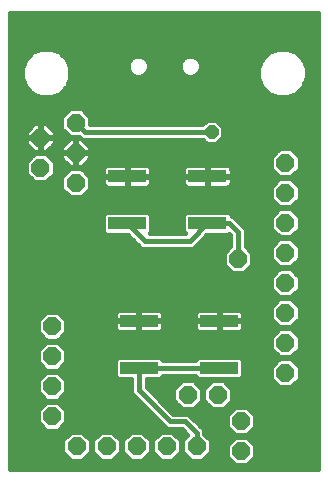
<source format=gbl>
G04 This is an RS-274x file exported by *
G04 gerbv version 2.6.0 *
G04 More information is available about gerbv at *
G04 http://gerbv.gpleda.org/ *
G04 --End of header info--*
%MOIN*%
%FSLAX34Y34*%
%IPPOS*%
G04 --Define apertures--*
%AMMACRO10*
5,1,8,0.000000,0.000000,0.064943,22.500000*
%
%ADD10MACRO10*%
%ADD11R,0.1260X0.0394*%
%ADD12C,0.0160*%
%AMMACRO13*
5,1,8,0.000000,0.000000,0.047192,22.500000*
%
%ADD13MACRO13*%
G04 --Start main section--*
G54D10*
G01X0002059Y0002131D03*
G01X0002059Y0003131D03*
G01X0002059Y0004131D03*
G01X0002059Y0005131D03*
G01X0002874Y0001131D03*
G01X0003874Y0001131D03*
G01X0004874Y0001131D03*
G01X0005874Y0001131D03*
G01X0006874Y0001131D03*
G01X0006578Y0002844D03*
G01X0007578Y0002844D03*
G01X0008358Y0001966D03*
G01X0008358Y0000966D03*
G01X0009834Y0003576D03*
G01X0009834Y0004576D03*
G01X0009834Y0005576D03*
G01X0009834Y0006576D03*
G01X0009834Y0007576D03*
G01X0009834Y0008576D03*
G01X0009834Y0009576D03*
G01X0009834Y0010576D03*
G01X0008259Y0007371D03*
G01X0002846Y0009914D03*
G01X0002846Y0010914D03*
G01X0002846Y0011914D03*
G01X0001665Y0011414D03*
G01X0001665Y0010414D03*
G54D11*
G01X0004559Y0010127D03*
G01X0004559Y0008552D03*
G01X0007236Y0008552D03*
G01X0007236Y0010127D03*
G01X0007629Y0005304D03*
G01X0007629Y0003729D03*
G01X0004952Y0003729D03*
G01X0004952Y0005304D03*
G54D12*
G01X0000664Y0000366D02*
G01X0000664Y0015557D01*
G01X0000664Y0015557D02*
G01X0010934Y0015557D01*
G01X0010934Y0015557D02*
G01X0010934Y0000366D01*
G01X0010934Y0000366D02*
G01X0000664Y0000366D01*
G01X0000664Y0000383D02*
G01X0010934Y0000383D01*
G01X0010934Y0000542D02*
G01X0008612Y0000542D01*
G01X0008557Y0000486D02*
G01X0008838Y0000767D01*
G01X0008838Y0000767D02*
G01X0008838Y0001164D01*
G01X0008838Y0001164D02*
G01X0008557Y0001446D01*
G01X0008557Y0001446D02*
G01X0008159Y0001446D01*
G01X0008159Y0001446D02*
G01X0007878Y0001164D01*
G01X0007878Y0001164D02*
G01X0007878Y0000767D01*
G01X0007878Y0000767D02*
G01X0008159Y0000486D01*
G01X0008159Y0000486D02*
G01X0008557Y0000486D01*
G01X0008771Y0000700D02*
G01X0010934Y0000700D01*
G01X0010934Y0000859D02*
G01X0008838Y0000859D01*
G01X0008838Y0001017D02*
G01X0010934Y0001017D01*
G01X0010934Y0001176D02*
G01X0008826Y0001176D01*
G01X0008668Y0001334D02*
G01X0010934Y0001334D01*
G01X0010934Y0001493D02*
G01X0008564Y0001493D01*
G01X0008557Y0001486D02*
G01X0008838Y0001767D01*
G01X0008838Y0001767D02*
G01X0008838Y0002164D01*
G01X0008838Y0002164D02*
G01X0008557Y0002446D01*
G01X0008557Y0002446D02*
G01X0008159Y0002446D01*
G01X0008159Y0002446D02*
G01X0007878Y0002164D01*
G01X0007878Y0002164D02*
G01X0007878Y0001767D01*
G01X0007878Y0001767D02*
G01X0008159Y0001486D01*
G01X0008159Y0001486D02*
G01X0008557Y0001486D01*
G01X0008722Y0001651D02*
G01X0010934Y0001651D01*
G01X0010934Y0001810D02*
G01X0008838Y0001810D01*
G01X0008838Y0001968D02*
G01X0010934Y0001968D01*
G01X0010934Y0002127D02*
G01X0008838Y0002127D01*
G01X0008717Y0002286D02*
G01X0010934Y0002286D01*
G01X0010934Y0002444D02*
G01X0008558Y0002444D01*
G01X0008157Y0002444D02*
G01X0007857Y0002444D01*
G01X0007777Y0002364D02*
G01X0008058Y0002645D01*
G01X0008058Y0002645D02*
G01X0008058Y0003042D01*
G01X0008058Y0003042D02*
G01X0007777Y0003324D01*
G01X0007777Y0003324D02*
G01X0007379Y0003324D01*
G01X0007379Y0003324D02*
G01X0007098Y0003042D01*
G01X0007098Y0003042D02*
G01X0007098Y0002645D01*
G01X0007098Y0002645D02*
G01X0007379Y0002364D01*
G01X0007379Y0002364D02*
G01X0007777Y0002364D01*
G01X0007999Y0002286D02*
G01X0006036Y0002286D01*
G01X0006103Y0002218D02*
G01X0005212Y0003109D01*
G01X0005212Y0003109D02*
G01X0005212Y0003353D01*
G01X0005212Y0003353D02*
G01X0005657Y0003353D01*
G01X0005657Y0003353D02*
G01X0005762Y0003458D01*
G01X0005762Y0003458D02*
G01X0005762Y0003469D01*
G01X0005762Y0003469D02*
G01X0006820Y0003469D01*
G01X0006820Y0003469D02*
G01X0006820Y0003458D01*
G01X0006820Y0003458D02*
G01X0006925Y0003353D01*
G01X0006925Y0003353D02*
G01X0008334Y0003353D01*
G01X0008334Y0003353D02*
G01X0008439Y0003458D01*
G01X0008439Y0003458D02*
G01X0008439Y0004001D01*
G01X0008439Y0004001D02*
G01X0008334Y0004106D01*
G01X0008334Y0004106D02*
G01X0006925Y0004106D01*
G01X0006925Y0004106D02*
G01X0006820Y0004001D01*
G01X0006820Y0004001D02*
G01X0006820Y0003989D01*
G01X0006820Y0003989D02*
G01X0005762Y0003989D01*
G01X0005762Y0003989D02*
G01X0005762Y0004001D01*
G01X0005762Y0004001D02*
G01X0005657Y0004106D01*
G01X0005657Y0004106D02*
G01X0004248Y0004106D01*
G01X0004248Y0004106D02*
G01X0004142Y0004001D01*
G01X0004142Y0004001D02*
G01X0004142Y0003458D01*
G01X0004142Y0003458D02*
G01X0004248Y0003353D01*
G01X0004248Y0003353D02*
G01X0004692Y0003353D01*
G01X0004692Y0003353D02*
G01X0004692Y0003053D01*
G01X0004692Y0003053D02*
G01X0004692Y0002949D01*
G01X0004692Y0002949D02*
G01X0004732Y0002854D01*
G01X0004732Y0002854D02*
G01X0005775Y0001811D01*
G01X0005775Y0001811D02*
G01X0005848Y0001737D01*
G01X0005848Y0001737D02*
G01X0005944Y0001698D01*
G01X0005944Y0001698D02*
G01X0006380Y0001698D01*
G01X0006380Y0001698D02*
G01X0006571Y0001507D01*
G01X0006571Y0001507D02*
G01X0006394Y0001330D01*
G01X0006394Y0001330D02*
G01X0006394Y0000932D01*
G01X0006394Y0000932D02*
G01X0006675Y0000651D01*
G01X0006675Y0000651D02*
G01X0007072Y0000651D01*
G01X0007072Y0000651D02*
G01X0007354Y0000932D01*
G01X0007354Y0000932D02*
G01X0007354Y0001330D01*
G01X0007354Y0001330D02*
G01X0007134Y0001550D01*
G01X0007134Y0001550D02*
G01X0007134Y0001624D01*
G01X0007134Y0001624D02*
G01X0007094Y0001719D01*
G01X0007094Y0001719D02*
G01X0007021Y0001792D01*
G01X0007021Y0001792D02*
G01X0006635Y0002178D01*
G01X0006635Y0002178D02*
G01X0006539Y0002218D01*
G01X0006539Y0002218D02*
G01X0006436Y0002218D01*
G01X0006436Y0002218D02*
G01X0006103Y0002218D01*
G01X0005996Y0001958D02*
G01X0006488Y0001958D01*
G01X0006488Y0001958D02*
G01X0006874Y0001572D01*
G01X0006874Y0001572D02*
G01X0006874Y0001131D01*
G01X0006557Y0001493D02*
G01X0006191Y0001493D01*
G01X0006072Y0001611D02*
G01X0005675Y0001611D01*
G01X0005675Y0001611D02*
G01X0005394Y0001330D01*
G01X0005394Y0001330D02*
G01X0005394Y0000932D01*
G01X0005394Y0000932D02*
G01X0005675Y0000651D01*
G01X0005675Y0000651D02*
G01X0006072Y0000651D01*
G01X0006072Y0000651D02*
G01X0006354Y0000932D01*
G01X0006354Y0000932D02*
G01X0006354Y0001330D01*
G01X0006354Y0001330D02*
G01X0006072Y0001611D01*
G01X0005996Y0001958D02*
G01X0004952Y0003001D01*
G01X0004952Y0003001D02*
G01X0004952Y0003729D01*
G01X0004952Y0003729D02*
G01X0007629Y0003729D01*
G01X0007864Y0003237D02*
G01X0009494Y0003237D01*
G01X0009354Y0003377D02*
G01X0009635Y0003096D01*
G01X0009635Y0003096D02*
G01X0010033Y0003096D01*
G01X0010033Y0003096D02*
G01X0010314Y0003377D01*
G01X0010314Y0003377D02*
G01X0010314Y0003775D01*
G01X0010314Y0003775D02*
G01X0010033Y0004056D01*
G01X0010033Y0004056D02*
G01X0009635Y0004056D01*
G01X0009635Y0004056D02*
G01X0009354Y0003775D01*
G01X0009354Y0003775D02*
G01X0009354Y0003377D01*
G01X0009354Y0003395D02*
G01X0008377Y0003395D01*
G01X0008439Y0003554D02*
G01X0009354Y0003554D01*
G01X0009354Y0003712D02*
G01X0008439Y0003712D01*
G01X0008439Y0003871D02*
G01X0009450Y0003871D01*
G01X0009609Y0004029D02*
G01X0008411Y0004029D01*
G01X0008283Y0004927D02*
G01X0007648Y0004927D01*
G01X0007648Y0004927D02*
G01X0007648Y0005286D01*
G01X0007648Y0005286D02*
G01X0007648Y0005323D01*
G01X0007648Y0005323D02*
G01X0007611Y0005323D01*
G01X0007611Y0005323D02*
G01X0007611Y0005681D01*
G01X0007611Y0005681D02*
G01X0006976Y0005681D01*
G01X0006976Y0005681D02*
G01X0006930Y0005669D01*
G01X0006930Y0005669D02*
G01X0006889Y0005645D01*
G01X0006889Y0005645D02*
G01X0006855Y0005612D01*
G01X0006855Y0005612D02*
G01X0006832Y0005571D01*
G01X0006832Y0005571D02*
G01X0006820Y0005525D01*
G01X0006820Y0005525D02*
G01X0006820Y0005323D01*
G01X0006820Y0005323D02*
G01X0007611Y0005323D01*
G01X0007611Y0005323D02*
G01X0007611Y0005286D01*
G01X0007611Y0005286D02*
G01X0006820Y0005286D01*
G01X0006820Y0005286D02*
G01X0006820Y0005084D01*
G01X0006820Y0005084D02*
G01X0006832Y0005038D01*
G01X0006832Y0005038D02*
G01X0006855Y0004997D01*
G01X0006855Y0004997D02*
G01X0006889Y0004963D01*
G01X0006889Y0004963D02*
G01X0006930Y0004940D01*
G01X0006930Y0004940D02*
G01X0006976Y0004927D01*
G01X0006976Y0004927D02*
G01X0007611Y0004927D01*
G01X0007611Y0004927D02*
G01X0007611Y0005286D01*
G01X0007611Y0005286D02*
G01X0007648Y0005286D01*
G01X0007648Y0005286D02*
G01X0008439Y0005286D01*
G01X0008439Y0005286D02*
G01X0008439Y0005084D01*
G01X0008439Y0005084D02*
G01X0008427Y0005038D01*
G01X0008427Y0005038D02*
G01X0008403Y0004997D01*
G01X0008403Y0004997D02*
G01X0008370Y0004963D01*
G01X0008370Y0004963D02*
G01X0008329Y0004940D01*
G01X0008329Y0004940D02*
G01X0008283Y0004927D01*
G01X0008387Y0004981D02*
G01X0009560Y0004981D01*
G01X0009635Y0005056D02*
G01X0009354Y0004775D01*
G01X0009354Y0004775D02*
G01X0009354Y0004377D01*
G01X0009354Y0004377D02*
G01X0009635Y0004096D01*
G01X0009635Y0004096D02*
G01X0010033Y0004096D01*
G01X0010033Y0004096D02*
G01X0010314Y0004377D01*
G01X0010314Y0004377D02*
G01X0010314Y0004775D01*
G01X0010314Y0004775D02*
G01X0010033Y0005056D01*
G01X0010033Y0005056D02*
G01X0009635Y0005056D01*
G01X0009635Y0005096D02*
G01X0010033Y0005096D01*
G01X0010033Y0005096D02*
G01X0010314Y0005377D01*
G01X0010314Y0005377D02*
G01X0010314Y0005775D01*
G01X0010314Y0005775D02*
G01X0010033Y0006056D01*
G01X0010033Y0006056D02*
G01X0009635Y0006056D01*
G01X0009635Y0006056D02*
G01X0009354Y0005775D01*
G01X0009354Y0005775D02*
G01X0009354Y0005377D01*
G01X0009354Y0005377D02*
G01X0009635Y0005096D01*
G01X0009592Y0005139D02*
G01X0008439Y0005139D01*
G01X0008439Y0005323D02*
G01X0008439Y0005525D01*
G01X0008439Y0005525D02*
G01X0008427Y0005571D01*
G01X0008427Y0005571D02*
G01X0008403Y0005612D01*
G01X0008403Y0005612D02*
G01X0008370Y0005645D01*
G01X0008370Y0005645D02*
G01X0008329Y0005669D01*
G01X0008329Y0005669D02*
G01X0008283Y0005681D01*
G01X0008283Y0005681D02*
G01X0007648Y0005681D01*
G01X0007648Y0005681D02*
G01X0007648Y0005323D01*
G01X0007648Y0005323D02*
G01X0008439Y0005323D01*
G01X0008439Y0005456D02*
G01X0009354Y0005456D01*
G01X0009354Y0005615D02*
G01X0008400Y0005615D01*
G01X0007648Y0005615D02*
G01X0007611Y0005615D01*
G01X0007611Y0005456D02*
G01X0007648Y0005456D01*
G01X0007648Y0005298D02*
G01X0009433Y0005298D01*
G01X0009402Y0004822D02*
G01X0002429Y0004822D01*
G01X0002539Y0004932D02*
G01X0002257Y0004651D01*
G01X0002257Y0004651D02*
G01X0001860Y0004651D01*
G01X0001860Y0004651D02*
G01X0001579Y0004932D01*
G01X0001579Y0004932D02*
G01X0001579Y0005330D01*
G01X0001579Y0005330D02*
G01X0001860Y0005611D01*
G01X0001860Y0005611D02*
G01X0002257Y0005611D01*
G01X0002257Y0005611D02*
G01X0002539Y0005330D01*
G01X0002539Y0005330D02*
G01X0002539Y0004932D01*
G01X0002539Y0004981D02*
G01X0004194Y0004981D01*
G01X0004178Y0004997D02*
G01X0004212Y0004963D01*
G01X0004212Y0004963D02*
G01X0004253Y0004940D01*
G01X0004253Y0004940D02*
G01X0004299Y0004927D01*
G01X0004299Y0004927D02*
G01X0004934Y0004927D01*
G01X0004934Y0004927D02*
G01X0004934Y0005286D01*
G01X0004934Y0005286D02*
G01X0004971Y0005286D01*
G01X0004971Y0005286D02*
G01X0004971Y0005323D01*
G01X0004971Y0005323D02*
G01X0004934Y0005323D01*
G01X0004934Y0005323D02*
G01X0004934Y0005681D01*
G01X0004934Y0005681D02*
G01X0004299Y0005681D01*
G01X0004299Y0005681D02*
G01X0004253Y0005669D01*
G01X0004253Y0005669D02*
G01X0004212Y0005645D01*
G01X0004212Y0005645D02*
G01X0004178Y0005612D01*
G01X0004178Y0005612D02*
G01X0004155Y0005571D01*
G01X0004155Y0005571D02*
G01X0004142Y0005525D01*
G01X0004142Y0005525D02*
G01X0004142Y0005323D01*
G01X0004142Y0005323D02*
G01X0004934Y0005323D01*
G01X0004934Y0005323D02*
G01X0004934Y0005286D01*
G01X0004934Y0005286D02*
G01X0004142Y0005286D01*
G01X0004142Y0005286D02*
G01X0004142Y0005084D01*
G01X0004142Y0005084D02*
G01X0004155Y0005038D01*
G01X0004155Y0005038D02*
G01X0004178Y0004997D01*
G01X0004142Y0005139D02*
G01X0002539Y0005139D01*
G01X0002539Y0005298D02*
G01X0004934Y0005298D01*
G01X0004971Y0005298D02*
G01X0007611Y0005298D01*
G01X0007611Y0005139D02*
G01X0007648Y0005139D01*
G01X0007648Y0004981D02*
G01X0007611Y0004981D01*
G01X0006872Y0004981D02*
G01X0005710Y0004981D01*
G01X0005726Y0004997D02*
G01X0005750Y0005038D01*
G01X0005750Y0005038D02*
G01X0005762Y0005084D01*
G01X0005762Y0005084D02*
G01X0005762Y0005286D01*
G01X0005762Y0005286D02*
G01X0004971Y0005286D01*
G01X0004971Y0005286D02*
G01X0004971Y0004927D01*
G01X0004971Y0004927D02*
G01X0005606Y0004927D01*
G01X0005606Y0004927D02*
G01X0005652Y0004940D01*
G01X0005652Y0004940D02*
G01X0005693Y0004963D01*
G01X0005693Y0004963D02*
G01X0005726Y0004997D01*
G01X0005762Y0005139D02*
G01X0006820Y0005139D01*
G01X0006820Y0005456D02*
G01X0005762Y0005456D01*
G01X0005762Y0005525D02*
G01X0005750Y0005571D01*
G01X0005750Y0005571D02*
G01X0005726Y0005612D01*
G01X0005726Y0005612D02*
G01X0005693Y0005645D01*
G01X0005693Y0005645D02*
G01X0005652Y0005669D01*
G01X0005652Y0005669D02*
G01X0005606Y0005681D01*
G01X0005606Y0005681D02*
G01X0004971Y0005681D01*
G01X0004971Y0005681D02*
G01X0004971Y0005323D01*
G01X0004971Y0005323D02*
G01X0005762Y0005323D01*
G01X0005762Y0005323D02*
G01X0005762Y0005525D01*
G01X0005723Y0005615D02*
G01X0006859Y0005615D01*
G01X0008061Y0006891D02*
G01X0007779Y0007172D01*
G01X0007779Y0007172D02*
G01X0007779Y0007570D01*
G01X0007779Y0007570D02*
G01X0007999Y0007790D01*
G01X0007999Y0007790D02*
G01X0007999Y0008149D01*
G01X0007999Y0008149D02*
G01X0007957Y0008192D01*
G01X0007957Y0008192D02*
G01X0007940Y0008175D01*
G01X0007940Y0008175D02*
G01X0007227Y0008175D01*
G01X0007227Y0008175D02*
G01X0006792Y0007741D01*
G01X0006792Y0007741D02*
G01X0006697Y0007702D01*
G01X0006697Y0007702D02*
G01X0006593Y0007702D01*
G01X0006593Y0007702D02*
G01X0005097Y0007702D01*
G01X0005097Y0007702D02*
G01X0005002Y0007741D01*
G01X0005002Y0007741D02*
G01X0004929Y0007814D01*
G01X0004929Y0007814D02*
G01X0004568Y0008175D01*
G01X0004568Y0008175D02*
G01X0003854Y0008175D01*
G01X0003854Y0008175D02*
G01X0003749Y0008281D01*
G01X0003749Y0008281D02*
G01X0003749Y0008824D01*
G01X0003749Y0008824D02*
G01X0003854Y0008929D01*
G01X0003854Y0008929D02*
G01X0005263Y0008929D01*
G01X0005263Y0008929D02*
G01X0005368Y0008824D01*
G01X0005368Y0008824D02*
G01X0005368Y0008281D01*
G01X0005368Y0008281D02*
G01X0005309Y0008222D01*
G01X0005309Y0008222D02*
G01X0006485Y0008222D01*
G01X0006485Y0008222D02*
G01X0006426Y0008281D01*
G01X0006426Y0008281D02*
G01X0006426Y0008824D01*
G01X0006426Y0008824D02*
G01X0006531Y0008929D01*
G01X0006531Y0008929D02*
G01X0007940Y0008929D01*
G01X0007940Y0008929D02*
G01X0008046Y0008824D01*
G01X0008046Y0008824D02*
G01X0008046Y0008800D01*
G01X0008046Y0008800D02*
G01X0008111Y0008773D01*
G01X0008111Y0008773D02*
G01X0008407Y0008477D01*
G01X0008407Y0008477D02*
G01X0008480Y0008404D01*
G01X0008480Y0008404D02*
G01X0008519Y0008309D01*
G01X0008519Y0008309D02*
G01X0008519Y0007790D01*
G01X0008519Y0007790D02*
G01X0008739Y0007570D01*
G01X0008739Y0007570D02*
G01X0008739Y0007172D01*
G01X0008739Y0007172D02*
G01X0008458Y0006891D01*
G01X0008458Y0006891D02*
G01X0008061Y0006891D01*
G01X0007910Y0007042D02*
G01X0000664Y0007042D01*
G01X0000664Y0007200D02*
G01X0007779Y0007200D01*
G01X0007779Y0007359D02*
G01X0000664Y0007359D01*
G01X0000664Y0007517D02*
G01X0007779Y0007517D01*
G01X0007885Y0007676D02*
G01X0000664Y0007676D01*
G01X0000664Y0007835D02*
G01X0004909Y0007835D01*
G01X0004750Y0007993D02*
G01X0000664Y0007993D01*
G01X0000664Y0008152D02*
G01X0004592Y0008152D01*
G01X0004559Y0008552D02*
G01X0005149Y0007962D01*
G01X0005149Y0007962D02*
G01X0006645Y0007962D01*
G01X0006645Y0007962D02*
G01X0007236Y0008552D01*
G01X0007236Y0008552D02*
G01X0007964Y0008552D01*
G01X0007964Y0008552D02*
G01X0008259Y0008257D01*
G01X0008259Y0008257D02*
G01X0008259Y0007371D01*
G01X0007999Y0007835D02*
G01X0006886Y0007835D01*
G01X0007044Y0007993D02*
G01X0007999Y0007993D01*
G01X0007997Y0008152D02*
G01X0007203Y0008152D01*
G01X0006426Y0008310D02*
G01X0005368Y0008310D01*
G01X0005368Y0008469D02*
G01X0006426Y0008469D01*
G01X0006426Y0008627D02*
G01X0005368Y0008627D01*
G01X0005368Y0008786D02*
G01X0006426Y0008786D01*
G01X0006582Y0009750D02*
G01X0007217Y0009750D01*
G01X0007217Y0009750D02*
G01X0007217Y0010108D01*
G01X0007217Y0010108D02*
G01X0007254Y0010108D01*
G01X0007254Y0010108D02*
G01X0007254Y0009750D01*
G01X0007254Y0009750D02*
G01X0007889Y0009750D01*
G01X0007889Y0009750D02*
G01X0007935Y0009763D01*
G01X0007935Y0009763D02*
G01X0007976Y0009786D01*
G01X0007976Y0009786D02*
G01X0008010Y0009820D01*
G01X0008010Y0009820D02*
G01X0008033Y0009861D01*
G01X0008033Y0009861D02*
G01X0008046Y0009906D01*
G01X0008046Y0009906D02*
G01X0008046Y0010109D01*
G01X0008046Y0010109D02*
G01X0007254Y0010109D01*
G01X0007254Y0010109D02*
G01X0007254Y0010146D01*
G01X0007254Y0010146D02*
G01X0007217Y0010146D01*
G01X0007217Y0010146D02*
G01X0007217Y0010504D01*
G01X0007217Y0010504D02*
G01X0006582Y0010504D01*
G01X0006582Y0010504D02*
G01X0006536Y0010492D01*
G01X0006536Y0010492D02*
G01X0006495Y0010468D01*
G01X0006495Y0010468D02*
G01X0006462Y0010434D01*
G01X0006462Y0010434D02*
G01X0006438Y0010393D01*
G01X0006438Y0010393D02*
G01X0006426Y0010348D01*
G01X0006426Y0010348D02*
G01X0006426Y0010146D01*
G01X0006426Y0010146D02*
G01X0007217Y0010146D01*
G01X0007217Y0010146D02*
G01X0007217Y0010109D01*
G01X0007217Y0010109D02*
G01X0006426Y0010109D01*
G01X0006426Y0010109D02*
G01X0006426Y0009906D01*
G01X0006426Y0009906D02*
G01X0006438Y0009861D01*
G01X0006438Y0009861D02*
G01X0006462Y0009820D01*
G01X0006462Y0009820D02*
G01X0006495Y0009786D01*
G01X0006495Y0009786D02*
G01X0006536Y0009763D01*
G01X0006536Y0009763D02*
G01X0006582Y0009750D01*
G01X0006429Y0009896D02*
G01X0005366Y0009896D01*
G01X0005368Y0009906D02*
G01X0005368Y0010109D01*
G01X0005368Y0010109D02*
G01X0004577Y0010109D01*
G01X0004577Y0010109D02*
G01X0004577Y0010146D01*
G01X0004577Y0010146D02*
G01X0004540Y0010146D01*
G01X0004540Y0010146D02*
G01X0004540Y0010504D01*
G01X0004540Y0010504D02*
G01X0003905Y0010504D01*
G01X0003905Y0010504D02*
G01X0003859Y0010492D01*
G01X0003859Y0010492D02*
G01X0003818Y0010468D01*
G01X0003818Y0010468D02*
G01X0003785Y0010434D01*
G01X0003785Y0010434D02*
G01X0003761Y0010393D01*
G01X0003761Y0010393D02*
G01X0003749Y0010348D01*
G01X0003749Y0010348D02*
G01X0003749Y0010146D01*
G01X0003749Y0010146D02*
G01X0004540Y0010146D01*
G01X0004540Y0010146D02*
G01X0004540Y0010109D01*
G01X0004540Y0010109D02*
G01X0003749Y0010109D01*
G01X0003749Y0010109D02*
G01X0003749Y0009906D01*
G01X0003749Y0009906D02*
G01X0003761Y0009861D01*
G01X0003761Y0009861D02*
G01X0003785Y0009820D01*
G01X0003785Y0009820D02*
G01X0003818Y0009786D01*
G01X0003818Y0009786D02*
G01X0003859Y0009763D01*
G01X0003859Y0009763D02*
G01X0003905Y0009750D01*
G01X0003905Y0009750D02*
G01X0004540Y0009750D01*
G01X0004540Y0009750D02*
G01X0004540Y0010108D01*
G01X0004540Y0010108D02*
G01X0004577Y0010108D01*
G01X0004577Y0010108D02*
G01X0004577Y0009750D01*
G01X0004577Y0009750D02*
G01X0005212Y0009750D01*
G01X0005212Y0009750D02*
G01X0005258Y0009763D01*
G01X0005258Y0009763D02*
G01X0005299Y0009786D01*
G01X0005299Y0009786D02*
G01X0005333Y0009820D01*
G01X0005333Y0009820D02*
G01X0005356Y0009861D01*
G01X0005356Y0009861D02*
G01X0005368Y0009906D01*
G01X0005368Y0010054D02*
G01X0006426Y0010054D01*
G01X0006426Y0010213D02*
G01X0005368Y0010213D01*
G01X0005368Y0010146D02*
G01X0005368Y0010348D01*
G01X0005368Y0010348D02*
G01X0005356Y0010393D01*
G01X0005356Y0010393D02*
G01X0005333Y0010434D01*
G01X0005333Y0010434D02*
G01X0005299Y0010468D01*
G01X0005299Y0010468D02*
G01X0005258Y0010492D01*
G01X0005258Y0010492D02*
G01X0005212Y0010504D01*
G01X0005212Y0010504D02*
G01X0004577Y0010504D01*
G01X0004577Y0010504D02*
G01X0004577Y0010146D01*
G01X0004577Y0010146D02*
G01X0005368Y0010146D01*
G01X0005362Y0010371D02*
G01X0006432Y0010371D01*
G01X0007217Y0010371D02*
G01X0007254Y0010371D01*
G01X0007254Y0010504D02*
G01X0007254Y0010146D01*
G01X0007254Y0010146D02*
G01X0008046Y0010146D01*
G01X0008046Y0010146D02*
G01X0008046Y0010348D01*
G01X0008046Y0010348D02*
G01X0008033Y0010393D01*
G01X0008033Y0010393D02*
G01X0008010Y0010434D01*
G01X0008010Y0010434D02*
G01X0007976Y0010468D01*
G01X0007976Y0010468D02*
G01X0007935Y0010492D01*
G01X0007935Y0010492D02*
G01X0007889Y0010504D01*
G01X0007889Y0010504D02*
G01X0007254Y0010504D01*
G01X0007254Y0010213D02*
G01X0007217Y0010213D01*
G01X0007217Y0010054D02*
G01X0007254Y0010054D01*
G01X0007254Y0009896D02*
G01X0007217Y0009896D01*
G01X0008043Y0009896D02*
G01X0009475Y0009896D01*
G01X0009354Y0009775D02*
G01X0009635Y0010056D01*
G01X0009635Y0010056D02*
G01X0010033Y0010056D01*
G01X0010033Y0010056D02*
G01X0010314Y0009775D01*
G01X0010314Y0009775D02*
G01X0010314Y0009377D01*
G01X0010314Y0009377D02*
G01X0010033Y0009096D01*
G01X0010033Y0009096D02*
G01X0009635Y0009096D01*
G01X0009635Y0009096D02*
G01X0009354Y0009377D01*
G01X0009354Y0009377D02*
G01X0009354Y0009775D01*
G01X0009354Y0009737D02*
G01X0003326Y0009737D01*
G01X0003326Y0009716D02*
G01X0003045Y0009434D01*
G01X0003045Y0009434D02*
G01X0002647Y0009434D01*
G01X0002647Y0009434D02*
G01X0002366Y0009716D01*
G01X0002366Y0009716D02*
G01X0002366Y0010113D01*
G01X0002366Y0010113D02*
G01X0002647Y0010394D01*
G01X0002647Y0010394D02*
G01X0003045Y0010394D01*
G01X0003045Y0010394D02*
G01X0003326Y0010113D01*
G01X0003326Y0010113D02*
G01X0003326Y0009716D01*
G01X0003326Y0009896D02*
G01X0003752Y0009896D01*
G01X0003749Y0010054D02*
G01X0003326Y0010054D01*
G01X0003227Y0010213D02*
G01X0003749Y0010213D01*
G01X0003755Y0010371D02*
G01X0003068Y0010371D01*
G01X0003045Y0010434D02*
G01X0002866Y0010434D01*
G01X0002866Y0010434D02*
G01X0002866Y0010894D01*
G01X0002866Y0010894D02*
G01X0002826Y0010894D01*
G01X0002826Y0010894D02*
G01X0002826Y0010434D01*
G01X0002826Y0010434D02*
G01X0002647Y0010434D01*
G01X0002647Y0010434D02*
G01X0002366Y0010716D01*
G01X0002366Y0010716D02*
G01X0002366Y0010894D01*
G01X0002366Y0010894D02*
G01X0002826Y0010894D01*
G01X0002826Y0010894D02*
G01X0002826Y0010934D01*
G01X0002826Y0010934D02*
G01X0002366Y0010934D01*
G01X0002366Y0010934D02*
G01X0002366Y0011113D01*
G01X0002366Y0011113D02*
G01X0002647Y0011394D01*
G01X0002647Y0011394D02*
G01X0002826Y0011394D01*
G01X0002826Y0011394D02*
G01X0002826Y0010935D01*
G01X0002826Y0010935D02*
G01X0002866Y0010935D01*
G01X0002866Y0010935D02*
G01X0002866Y0011394D01*
G01X0002866Y0011394D02*
G01X0002998Y0011394D01*
G01X0002998Y0011394D02*
G01X0002958Y0011434D01*
G01X0002958Y0011434D02*
G01X0002647Y0011434D01*
G01X0002647Y0011434D02*
G01X0002366Y0011716D01*
G01X0002366Y0011716D02*
G01X0002366Y0012113D01*
G01X0002366Y0012113D02*
G01X0002647Y0012394D01*
G01X0002647Y0012394D02*
G01X0003045Y0012394D01*
G01X0003045Y0012394D02*
G01X0003326Y0012113D01*
G01X0003326Y0012113D02*
G01X0003326Y0011863D01*
G01X0003326Y0011863D02*
G01X0007071Y0011863D01*
G01X0007071Y0011863D02*
G01X0007209Y0012001D01*
G01X0007209Y0012001D02*
G01X0007538Y0012001D01*
G01X0007538Y0012001D02*
G01X0007771Y0011768D01*
G01X0007771Y0011768D02*
G01X0007771Y0011439D01*
G01X0007771Y0011439D02*
G01X0007538Y0011206D01*
G01X0007538Y0011206D02*
G01X0007209Y0011206D01*
G01X0007209Y0011206D02*
G01X0007071Y0011343D01*
G01X0007071Y0011343D02*
G01X0003209Y0011343D01*
G01X0003209Y0011343D02*
G01X0003105Y0011343D01*
G01X0003105Y0011343D02*
G01X0003089Y0011350D01*
G01X0003089Y0011350D02*
G01X0003326Y0011113D01*
G01X0003326Y0011113D02*
G01X0003326Y0010934D01*
G01X0003326Y0010934D02*
G01X0002866Y0010934D01*
G01X0002866Y0010934D02*
G01X0002866Y0010894D01*
G01X0002866Y0010894D02*
G01X0003326Y0010894D01*
G01X0003326Y0010894D02*
G01X0003326Y0010716D01*
G01X0003326Y0010716D02*
G01X0003045Y0010434D01*
G01X0003140Y0010530D02*
G01X0009354Y0010530D01*
G01X0009354Y0010377D02*
G01X0009635Y0010096D01*
G01X0009635Y0010096D02*
G01X0010033Y0010096D01*
G01X0010033Y0010096D02*
G01X0010314Y0010377D01*
G01X0010314Y0010377D02*
G01X0010314Y0010775D01*
G01X0010314Y0010775D02*
G01X0010033Y0011056D01*
G01X0010033Y0011056D02*
G01X0009635Y0011056D01*
G01X0009635Y0011056D02*
G01X0009354Y0010775D01*
G01X0009354Y0010775D02*
G01X0009354Y0010377D01*
G01X0009360Y0010371D02*
G01X0008039Y0010371D01*
G01X0008046Y0010213D02*
G01X0009519Y0010213D01*
G01X0009634Y0010054D02*
G01X0008046Y0010054D01*
G01X0008080Y0008786D02*
G01X0009365Y0008786D01*
G01X0009354Y0008775D02*
G01X0009354Y0008377D01*
G01X0009354Y0008377D02*
G01X0009635Y0008096D01*
G01X0009635Y0008096D02*
G01X0010033Y0008096D01*
G01X0010033Y0008096D02*
G01X0010314Y0008377D01*
G01X0010314Y0008377D02*
G01X0010314Y0008775D01*
G01X0010314Y0008775D02*
G01X0010033Y0009056D01*
G01X0010033Y0009056D02*
G01X0009635Y0009056D01*
G01X0009635Y0009056D02*
G01X0009354Y0008775D01*
G01X0009354Y0008627D02*
G01X0008257Y0008627D01*
G01X0008415Y0008469D02*
G01X0009354Y0008469D01*
G01X0009421Y0008310D02*
G01X0008519Y0008310D01*
G01X0008519Y0008152D02*
G01X0009580Y0008152D01*
G01X0009635Y0008056D02*
G01X0009354Y0007775D01*
G01X0009354Y0007775D02*
G01X0009354Y0007377D01*
G01X0009354Y0007377D02*
G01X0009635Y0007096D01*
G01X0009635Y0007096D02*
G01X0010033Y0007096D01*
G01X0010033Y0007096D02*
G01X0010314Y0007377D01*
G01X0010314Y0007377D02*
G01X0010314Y0007775D01*
G01X0010314Y0007775D02*
G01X0010033Y0008056D01*
G01X0010033Y0008056D02*
G01X0009635Y0008056D01*
G01X0009573Y0007993D02*
G01X0008519Y0007993D01*
G01X0008519Y0007835D02*
G01X0009414Y0007835D01*
G01X0009354Y0007676D02*
G01X0008633Y0007676D01*
G01X0008739Y0007517D02*
G01X0009354Y0007517D01*
G01X0009372Y0007359D02*
G01X0008739Y0007359D01*
G01X0008739Y0007200D02*
G01X0009531Y0007200D01*
G01X0009635Y0007056D02*
G01X0009354Y0006775D01*
G01X0009354Y0006775D02*
G01X0009354Y0006377D01*
G01X0009354Y0006377D02*
G01X0009635Y0006096D01*
G01X0009635Y0006096D02*
G01X0010033Y0006096D01*
G01X0010033Y0006096D02*
G01X0010314Y0006377D01*
G01X0010314Y0006377D02*
G01X0010314Y0006775D01*
G01X0010314Y0006775D02*
G01X0010033Y0007056D01*
G01X0010033Y0007056D02*
G01X0009635Y0007056D01*
G01X0009621Y0007042D02*
G01X0008609Y0007042D01*
G01X0009354Y0006725D02*
G01X0000664Y0006725D01*
G01X0000664Y0006883D02*
G01X0009463Y0006883D01*
G01X0009354Y0006566D02*
G01X0000664Y0006566D01*
G01X0000664Y0006408D02*
G01X0009354Y0006408D01*
G01X0009482Y0006249D02*
G01X0000664Y0006249D01*
G01X0000664Y0006091D02*
G01X0010934Y0006091D01*
G01X0010934Y0006249D02*
G01X0010186Y0006249D01*
G01X0010314Y0006408D02*
G01X0010934Y0006408D01*
G01X0010934Y0006566D02*
G01X0010314Y0006566D01*
G01X0010314Y0006725D02*
G01X0010934Y0006725D01*
G01X0010934Y0006883D02*
G01X0010206Y0006883D01*
G01X0010047Y0007042D02*
G01X0010934Y0007042D01*
G01X0010934Y0007200D02*
G01X0010137Y0007200D01*
G01X0010296Y0007359D02*
G01X0010934Y0007359D01*
G01X0010934Y0007517D02*
G01X0010314Y0007517D01*
G01X0010314Y0007676D02*
G01X0010934Y0007676D01*
G01X0010934Y0007835D02*
G01X0010254Y0007835D01*
G01X0010096Y0007993D02*
G01X0010934Y0007993D01*
G01X0010934Y0008152D02*
G01X0010089Y0008152D01*
G01X0010247Y0008310D02*
G01X0010934Y0008310D01*
G01X0010934Y0008469D02*
G01X0010314Y0008469D01*
G01X0010314Y0008627D02*
G01X0010934Y0008627D01*
G01X0010934Y0008786D02*
G01X0010303Y0008786D01*
G01X0010144Y0008944D02*
G01X0010934Y0008944D01*
G01X0010934Y0009103D02*
G01X0010040Y0009103D01*
G01X0010198Y0009261D02*
G01X0010934Y0009261D01*
G01X0010934Y0009420D02*
G01X0010314Y0009420D01*
G01X0010314Y0009579D02*
G01X0010934Y0009579D01*
G01X0010934Y0009737D02*
G01X0010314Y0009737D01*
G01X0010193Y0009896D02*
G01X0010934Y0009896D01*
G01X0010934Y0010054D02*
G01X0010035Y0010054D01*
G01X0010150Y0010213D02*
G01X0010934Y0010213D01*
G01X0010934Y0010371D02*
G01X0010308Y0010371D01*
G01X0010314Y0010530D02*
G01X0010934Y0010530D01*
G01X0010934Y0010688D02*
G01X0010314Y0010688D01*
G01X0010242Y0010847D02*
G01X0010934Y0010847D01*
G01X0010934Y0011005D02*
G01X0010083Y0011005D01*
G01X0009585Y0011005D02*
G01X0003326Y0011005D01*
G01X0003326Y0010847D02*
G01X0009426Y0010847D01*
G01X0009354Y0010688D02*
G01X0003299Y0010688D01*
G01X0002866Y0010688D02*
G01X0002826Y0010688D01*
G01X0002826Y0010530D02*
G01X0002866Y0010530D01*
G01X0002624Y0010371D02*
G01X0002145Y0010371D01*
G01X0002145Y0010216D02*
G01X0001864Y0009934D01*
G01X0001864Y0009934D02*
G01X0001466Y0009934D01*
G01X0001466Y0009934D02*
G01X0001185Y0010216D01*
G01X0001185Y0010216D02*
G01X0001185Y0010613D01*
G01X0001185Y0010613D02*
G01X0001466Y0010894D01*
G01X0001466Y0010894D02*
G01X0001864Y0010894D01*
G01X0001864Y0010894D02*
G01X0002145Y0010613D01*
G01X0002145Y0010613D02*
G01X0002145Y0010216D01*
G01X0002142Y0010213D02*
G01X0002465Y0010213D01*
G01X0002366Y0010054D02*
G01X0001983Y0010054D01*
G01X0002366Y0009896D02*
G01X0000664Y0009896D01*
G01X0000664Y0010054D02*
G01X0001346Y0010054D01*
G01X0001188Y0010213D02*
G01X0000664Y0010213D01*
G01X0000664Y0010371D02*
G01X0001185Y0010371D01*
G01X0001185Y0010530D02*
G01X0000664Y0010530D01*
G01X0000664Y0010688D02*
G01X0001260Y0010688D01*
G01X0001418Y0010847D02*
G01X0000664Y0010847D01*
G01X0000664Y0011005D02*
G01X0001395Y0011005D01*
G01X0001466Y0010934D02*
G01X0001645Y0010934D01*
G01X0001645Y0010934D02*
G01X0001645Y0011394D01*
G01X0001645Y0011394D02*
G01X0001685Y0011394D01*
G01X0001685Y0011394D02*
G01X0001685Y0010934D01*
G01X0001685Y0010934D02*
G01X0001864Y0010934D01*
G01X0001864Y0010934D02*
G01X0002145Y0011216D01*
G01X0002145Y0011216D02*
G01X0002145Y0011394D01*
G01X0002145Y0011394D02*
G01X0001685Y0011394D01*
G01X0001685Y0011394D02*
G01X0001685Y0011434D01*
G01X0001685Y0011434D02*
G01X0002145Y0011434D01*
G01X0002145Y0011434D02*
G01X0002145Y0011613D01*
G01X0002145Y0011613D02*
G01X0001864Y0011894D01*
G01X0001864Y0011894D02*
G01X0001685Y0011894D01*
G01X0001685Y0011894D02*
G01X0001685Y0011435D01*
G01X0001685Y0011435D02*
G01X0001645Y0011435D01*
G01X0001645Y0011435D02*
G01X0001645Y0011894D01*
G01X0001645Y0011894D02*
G01X0001466Y0011894D01*
G01X0001466Y0011894D02*
G01X0001185Y0011613D01*
G01X0001185Y0011613D02*
G01X0001185Y0011434D01*
G01X0001185Y0011434D02*
G01X0001645Y0011434D01*
G01X0001645Y0011434D02*
G01X0001645Y0011394D01*
G01X0001645Y0011394D02*
G01X0001185Y0011394D01*
G01X0001185Y0011394D02*
G01X0001185Y0011216D01*
G01X0001185Y0011216D02*
G01X0001466Y0010934D01*
G01X0001645Y0011005D02*
G01X0001685Y0011005D01*
G01X0001685Y0011164D02*
G01X0001645Y0011164D01*
G01X0001645Y0011322D02*
G01X0001685Y0011322D01*
G01X0001685Y0011481D02*
G01X0001645Y0011481D01*
G01X0001645Y0011640D02*
G01X0001685Y0011640D01*
G01X0001685Y0011798D02*
G01X0001645Y0011798D01*
G01X0001370Y0011798D02*
G01X0000664Y0011798D01*
G01X0000664Y0011640D02*
G01X0001211Y0011640D01*
G01X0001185Y0011481D02*
G01X0000664Y0011481D01*
G01X0000664Y0011322D02*
G01X0001185Y0011322D01*
G01X0001237Y0011164D02*
G01X0000664Y0011164D01*
G01X0000664Y0011957D02*
G01X0002366Y0011957D01*
G01X0002368Y0012115D02*
G01X0000664Y0012115D01*
G01X0000664Y0012274D02*
G01X0002526Y0012274D01*
G01X0002846Y0011914D02*
G01X0003157Y0011603D01*
G01X0003157Y0011603D02*
G01X0007374Y0011603D01*
G01X0007655Y0011322D02*
G01X0010934Y0011322D01*
G01X0010934Y0011164D02*
G01X0003275Y0011164D01*
G01X0003117Y0011322D02*
G01X0007092Y0011322D01*
G01X0007164Y0011957D02*
G01X0003326Y0011957D01*
G01X0003324Y0012115D02*
G01X0010934Y0012115D01*
G01X0010934Y0011957D02*
G01X0007583Y0011957D01*
G01X0007741Y0011798D02*
G01X0010934Y0011798D01*
G01X0010934Y0011640D02*
G01X0007771Y0011640D01*
G01X0007771Y0011481D02*
G01X0010934Y0011481D01*
G01X0010934Y0012274D02*
G01X0003165Y0012274D01*
G01X0002442Y0011640D02*
G01X0002119Y0011640D01*
G01X0002145Y0011481D02*
G01X0002601Y0011481D01*
G01X0002575Y0011322D02*
G01X0002145Y0011322D01*
G01X0002093Y0011164D02*
G01X0002417Y0011164D01*
G01X0002366Y0011005D02*
G01X0001935Y0011005D01*
G01X0001911Y0010847D02*
G01X0002366Y0010847D01*
G01X0002393Y0010688D02*
G01X0002070Y0010688D01*
G01X0002145Y0010530D02*
G01X0002552Y0010530D01*
G01X0002826Y0010847D02*
G01X0002866Y0010847D01*
G01X0002866Y0011005D02*
G01X0002826Y0011005D01*
G01X0002826Y0011164D02*
G01X0002866Y0011164D01*
G01X0002866Y0011322D02*
G01X0002826Y0011322D01*
G01X0002366Y0011798D02*
G01X0001960Y0011798D01*
G01X0002023Y0012762D02*
G01X0001701Y0012762D01*
G01X0001701Y0012762D02*
G01X0001403Y0012885D01*
G01X0001403Y0012885D02*
G01X0001175Y0013113D01*
G01X0001175Y0013113D02*
G01X0001052Y0013411D01*
G01X0001052Y0013411D02*
G01X0001052Y0013733D01*
G01X0001052Y0013733D02*
G01X0001175Y0014031D01*
G01X0001175Y0014031D02*
G01X0001403Y0014259D01*
G01X0001403Y0014259D02*
G01X0001701Y0014382D01*
G01X0001701Y0014382D02*
G01X0002023Y0014382D01*
G01X0002023Y0014382D02*
G01X0002321Y0014259D01*
G01X0002321Y0014259D02*
G01X0002548Y0014031D01*
G01X0002548Y0014031D02*
G01X0002672Y0013733D01*
G01X0002672Y0013733D02*
G01X0002672Y0013411D01*
G01X0002672Y0013411D02*
G01X0002548Y0013113D01*
G01X0002548Y0013113D02*
G01X0002321Y0012885D01*
G01X0002321Y0012885D02*
G01X0002023Y0012762D01*
G01X0002343Y0012908D02*
G01X0009254Y0012908D01*
G01X0009277Y0012885D02*
G01X0009049Y0013113D01*
G01X0009049Y0013113D02*
G01X0008926Y0013411D01*
G01X0008926Y0013411D02*
G01X0008926Y0013733D01*
G01X0008926Y0013733D02*
G01X0009049Y0014031D01*
G01X0009049Y0014031D02*
G01X0009277Y0014259D01*
G01X0009277Y0014259D02*
G01X0009575Y0014382D01*
G01X0009575Y0014382D02*
G01X0009897Y0014382D01*
G01X0009897Y0014382D02*
G01X0010195Y0014259D01*
G01X0010195Y0014259D02*
G01X0010422Y0014031D01*
G01X0010422Y0014031D02*
G01X0010546Y0013733D01*
G01X0010546Y0013733D02*
G01X0010546Y0013411D01*
G01X0010546Y0013411D02*
G01X0010422Y0013113D01*
G01X0010422Y0013113D02*
G01X0010195Y0012885D01*
G01X0010195Y0012885D02*
G01X0009897Y0012762D01*
G01X0009897Y0012762D02*
G01X0009575Y0012762D01*
G01X0009575Y0012762D02*
G01X0009277Y0012885D01*
G01X0009096Y0013066D02*
G01X0002502Y0013066D01*
G01X0002595Y0013225D02*
G01X0009003Y0013225D01*
G01X0008937Y0013384D02*
G01X0002660Y0013384D01*
G01X0002672Y0013542D02*
G01X0004678Y0013542D01*
G01X0004630Y0013590D02*
G01X0004730Y0013490D01*
G01X0004730Y0013490D02*
G01X0004862Y0013435D01*
G01X0004862Y0013435D02*
G01X0005004Y0013435D01*
G01X0005004Y0013435D02*
G01X0005135Y0013490D01*
G01X0005135Y0013490D02*
G01X0005235Y0013590D01*
G01X0005235Y0013590D02*
G01X0005290Y0013721D01*
G01X0005290Y0013721D02*
G01X0005290Y0013863D01*
G01X0005290Y0013863D02*
G01X0005235Y0013995D01*
G01X0005235Y0013995D02*
G01X0005135Y0014095D01*
G01X0005135Y0014095D02*
G01X0005004Y0014150D01*
G01X0005004Y0014150D02*
G01X0004862Y0014150D01*
G01X0004862Y0014150D02*
G01X0004730Y0014095D01*
G01X0004730Y0014095D02*
G01X0004630Y0013995D01*
G01X0004630Y0013995D02*
G01X0004575Y0013863D01*
G01X0004575Y0013863D02*
G01X0004575Y0013721D01*
G01X0004575Y0013721D02*
G01X0004630Y0013590D01*
G01X0004584Y0013701D02*
G01X0002672Y0013701D01*
G01X0002619Y0013859D02*
G01X0004575Y0013859D01*
G01X0004653Y0014018D02*
G01X0002554Y0014018D01*
G01X0002403Y0014176D02*
G01X0009195Y0014176D01*
G01X0009044Y0014018D02*
G01X0006945Y0014018D01*
G01X0006968Y0013995D02*
G01X0006867Y0014095D01*
G01X0006867Y0014095D02*
G01X0006736Y0014150D01*
G01X0006736Y0014150D02*
G01X0006594Y0014150D01*
G01X0006594Y0014150D02*
G01X0006463Y0014095D01*
G01X0006463Y0014095D02*
G01X0006362Y0013995D01*
G01X0006362Y0013995D02*
G01X0006308Y0013863D01*
G01X0006308Y0013863D02*
G01X0006308Y0013721D01*
G01X0006308Y0013721D02*
G01X0006362Y0013590D01*
G01X0006362Y0013590D02*
G01X0006463Y0013490D01*
G01X0006463Y0013490D02*
G01X0006594Y0013435D01*
G01X0006594Y0013435D02*
G01X0006736Y0013435D01*
G01X0006736Y0013435D02*
G01X0006867Y0013490D01*
G01X0006867Y0013490D02*
G01X0006968Y0013590D01*
G01X0006968Y0013590D02*
G01X0007022Y0013721D01*
G01X0007022Y0013721D02*
G01X0007022Y0013863D01*
G01X0007022Y0013863D02*
G01X0006968Y0013995D01*
G01X0007022Y0013859D02*
G01X0008978Y0013859D01*
G01X0008926Y0013701D02*
G01X0007013Y0013701D01*
G01X0006920Y0013542D02*
G01X0008926Y0013542D01*
G01X0009461Y0014335D02*
G01X0002136Y0014335D01*
G01X0001587Y0014335D02*
G01X0000664Y0014335D01*
G01X0000664Y0014493D02*
G01X0010934Y0014493D01*
G01X0010934Y0014335D02*
G01X0010010Y0014335D01*
G01X0010277Y0014176D02*
G01X0010934Y0014176D01*
G01X0010934Y0014018D02*
G01X0010428Y0014018D01*
G01X0010493Y0013859D02*
G01X0010934Y0013859D01*
G01X0010934Y0013701D02*
G01X0010546Y0013701D01*
G01X0010546Y0013542D02*
G01X0010934Y0013542D01*
G01X0010934Y0013384D02*
G01X0010534Y0013384D01*
G01X0010469Y0013225D02*
G01X0010934Y0013225D01*
G01X0010934Y0013066D02*
G01X0010376Y0013066D01*
G01X0010217Y0012908D02*
G01X0010934Y0012908D01*
G01X0010934Y0012749D02*
G01X0000664Y0012749D01*
G01X0000664Y0012591D02*
G01X0010934Y0012591D01*
G01X0010934Y0012432D02*
G01X0000664Y0012432D01*
G01X0000664Y0012908D02*
G01X0001380Y0012908D01*
G01X0001222Y0013066D02*
G01X0000664Y0013066D01*
G01X0000664Y0013225D02*
G01X0001129Y0013225D01*
G01X0001063Y0013384D02*
G01X0000664Y0013384D01*
G01X0000664Y0013542D02*
G01X0001052Y0013542D01*
G01X0001052Y0013701D02*
G01X0000664Y0013701D01*
G01X0000664Y0013859D02*
G01X0001104Y0013859D01*
G01X0001170Y0014018D02*
G01X0000664Y0014018D01*
G01X0000664Y0014176D02*
G01X0001321Y0014176D01*
G01X0000664Y0014652D02*
G01X0010934Y0014652D01*
G01X0010934Y0014810D02*
G01X0000664Y0014810D01*
G01X0000664Y0014969D02*
G01X0010934Y0014969D01*
G01X0010934Y0015128D02*
G01X0000664Y0015128D01*
G01X0000664Y0015286D02*
G01X0010934Y0015286D01*
G01X0010934Y0015445D02*
G01X0000664Y0015445D01*
G01X0005187Y0013542D02*
G01X0006410Y0013542D01*
G01X0006316Y0013701D02*
G01X0005281Y0013701D01*
G01X0005290Y0013859D02*
G01X0006308Y0013859D01*
G01X0006385Y0014018D02*
G01X0005212Y0014018D01*
G01X0004577Y0010371D02*
G01X0004540Y0010371D01*
G01X0004540Y0010213D02*
G01X0004577Y0010213D01*
G01X0004577Y0010054D02*
G01X0004540Y0010054D01*
G01X0004540Y0009896D02*
G01X0004577Y0009896D01*
G01X0003749Y0008786D02*
G01X0000664Y0008786D01*
G01X0000664Y0008944D02*
G01X0009524Y0008944D01*
G01X0009628Y0009103D02*
G01X0000664Y0009103D01*
G01X0000664Y0009261D02*
G01X0009470Y0009261D01*
G01X0009354Y0009420D02*
G01X0000664Y0009420D01*
G01X0000664Y0009579D02*
G01X0002503Y0009579D01*
G01X0002366Y0009737D02*
G01X0000664Y0009737D01*
G01X0000664Y0008627D02*
G01X0003749Y0008627D01*
G01X0003749Y0008469D02*
G01X0000664Y0008469D01*
G01X0000664Y0008310D02*
G01X0003749Y0008310D01*
G01X0003189Y0009579D02*
G01X0009354Y0009579D01*
G01X0009511Y0005932D02*
G01X0000664Y0005932D01*
G01X0000664Y0005773D02*
G01X0009354Y0005773D01*
G01X0010076Y0005139D02*
G01X0010934Y0005139D01*
G01X0010934Y0004981D02*
G01X0010108Y0004981D01*
G01X0010267Y0004822D02*
G01X0010934Y0004822D01*
G01X0010934Y0004664D02*
G01X0010314Y0004664D01*
G01X0010314Y0004505D02*
G01X0010934Y0004505D01*
G01X0010934Y0004347D02*
G01X0010284Y0004347D01*
G01X0010125Y0004188D02*
G01X0010934Y0004188D01*
G01X0010934Y0004029D02*
G01X0010059Y0004029D01*
G01X0010218Y0003871D02*
G01X0010934Y0003871D01*
G01X0010934Y0003712D02*
G01X0010314Y0003712D01*
G01X0010314Y0003554D02*
G01X0010934Y0003554D01*
G01X0010934Y0003395D02*
G01X0010314Y0003395D01*
G01X0010174Y0003237D02*
G01X0010934Y0003237D01*
G01X0010934Y0003078D02*
G01X0008022Y0003078D01*
G01X0008058Y0002920D02*
G01X0010934Y0002920D01*
G01X0010934Y0002761D02*
G01X0008058Y0002761D01*
G01X0008016Y0002603D02*
G01X0010934Y0002603D01*
G01X0009543Y0004188D02*
G01X0002539Y0004188D01*
G01X0002539Y0004330D02*
G01X0002257Y0004611D01*
G01X0002257Y0004611D02*
G01X0001860Y0004611D01*
G01X0001860Y0004611D02*
G01X0001579Y0004330D01*
G01X0001579Y0004330D02*
G01X0001579Y0003932D01*
G01X0001579Y0003932D02*
G01X0001860Y0003651D01*
G01X0001860Y0003651D02*
G01X0002257Y0003651D01*
G01X0002257Y0003651D02*
G01X0002539Y0003932D01*
G01X0002539Y0003932D02*
G01X0002539Y0004330D01*
G01X0002522Y0004347D02*
G01X0009385Y0004347D01*
G01X0009354Y0004505D02*
G01X0002363Y0004505D01*
G01X0002270Y0004664D02*
G01X0009354Y0004664D01*
G01X0010235Y0005298D02*
G01X0010934Y0005298D01*
G01X0010934Y0005456D02*
G01X0010314Y0005456D01*
G01X0010314Y0005615D02*
G01X0010934Y0005615D01*
G01X0010934Y0005773D02*
G01X0010314Y0005773D01*
G01X0010157Y0005932D02*
G01X0010934Y0005932D01*
G01X0007878Y0002127D02*
G01X0006686Y0002127D01*
G01X0006845Y0001968D02*
G01X0007878Y0001968D01*
G01X0007878Y0001810D02*
G01X0007003Y0001810D01*
G01X0007122Y0001651D02*
G01X0007993Y0001651D01*
G01X0008152Y0001493D02*
G01X0007191Y0001493D01*
G01X0007349Y0001334D02*
G01X0008048Y0001334D01*
G01X0007889Y0001176D02*
G01X0007354Y0001176D01*
G01X0007354Y0001017D02*
G01X0007878Y0001017D01*
G01X0007878Y0000859D02*
G01X0007280Y0000859D01*
G01X0007121Y0000700D02*
G01X0007945Y0000700D01*
G01X0008103Y0000542D02*
G01X0000664Y0000542D01*
G01X0000664Y0000700D02*
G01X0002626Y0000700D01*
G01X0002675Y0000651D02*
G01X0002394Y0000932D01*
G01X0002394Y0000932D02*
G01X0002394Y0001330D01*
G01X0002394Y0001330D02*
G01X0002675Y0001611D01*
G01X0002675Y0001611D02*
G01X0003072Y0001611D01*
G01X0003072Y0001611D02*
G01X0003354Y0001330D01*
G01X0003354Y0001330D02*
G01X0003354Y0000932D01*
G01X0003354Y0000932D02*
G01X0003072Y0000651D01*
G01X0003072Y0000651D02*
G01X0002675Y0000651D01*
G01X0002467Y0000859D02*
G01X0000664Y0000859D01*
G01X0000664Y0001017D02*
G01X0002394Y0001017D01*
G01X0002394Y0001176D02*
G01X0000664Y0001176D01*
G01X0000664Y0001334D02*
G01X0002398Y0001334D01*
G01X0002557Y0001493D02*
G01X0000664Y0001493D01*
G01X0000664Y0001651D02*
G01X0001859Y0001651D01*
G01X0001860Y0001651D02*
G01X0002257Y0001651D01*
G01X0002257Y0001651D02*
G01X0002539Y0001932D01*
G01X0002539Y0001932D02*
G01X0002539Y0002330D01*
G01X0002539Y0002330D02*
G01X0002257Y0002611D01*
G01X0002257Y0002611D02*
G01X0001860Y0002611D01*
G01X0001860Y0002611D02*
G01X0001579Y0002330D01*
G01X0001579Y0002330D02*
G01X0001579Y0001932D01*
G01X0001579Y0001932D02*
G01X0001860Y0001651D01*
G01X0001701Y0001810D02*
G01X0000664Y0001810D01*
G01X0000664Y0001968D02*
G01X0001579Y0001968D01*
G01X0001579Y0002127D02*
G01X0000664Y0002127D01*
G01X0000664Y0002286D02*
G01X0001579Y0002286D01*
G01X0001693Y0002444D02*
G01X0000664Y0002444D01*
G01X0000664Y0002603D02*
G01X0001851Y0002603D01*
G01X0001860Y0002651D02*
G01X0002257Y0002651D01*
G01X0002257Y0002651D02*
G01X0002539Y0002932D01*
G01X0002539Y0002932D02*
G01X0002539Y0003330D01*
G01X0002539Y0003330D02*
G01X0002257Y0003611D01*
G01X0002257Y0003611D02*
G01X0001860Y0003611D01*
G01X0001860Y0003611D02*
G01X0001579Y0003330D01*
G01X0001579Y0003330D02*
G01X0001579Y0002932D01*
G01X0001579Y0002932D02*
G01X0001860Y0002651D01*
G01X0001750Y0002761D02*
G01X0000664Y0002761D01*
G01X0000664Y0002920D02*
G01X0001591Y0002920D01*
G01X0001579Y0003078D02*
G01X0000664Y0003078D01*
G01X0000664Y0003237D02*
G01X0001579Y0003237D01*
G01X0001644Y0003395D02*
G01X0000664Y0003395D01*
G01X0000664Y0003554D02*
G01X0001803Y0003554D01*
G01X0001798Y0003712D02*
G01X0000664Y0003712D01*
G01X0000664Y0003871D02*
G01X0001640Y0003871D01*
G01X0001579Y0004029D02*
G01X0000664Y0004029D01*
G01X0000664Y0004188D02*
G01X0001579Y0004188D01*
G01X0001595Y0004347D02*
G01X0000664Y0004347D01*
G01X0000664Y0004505D02*
G01X0001754Y0004505D01*
G01X0001847Y0004664D02*
G01X0000664Y0004664D01*
G01X0000664Y0004822D02*
G01X0001689Y0004822D01*
G01X0001579Y0004981D02*
G01X0000664Y0004981D01*
G01X0000664Y0005139D02*
G01X0001579Y0005139D01*
G01X0001579Y0005298D02*
G01X0000664Y0005298D01*
G01X0000664Y0005456D02*
G01X0001705Y0005456D01*
G01X0002412Y0005456D02*
G01X0004142Y0005456D01*
G01X0004182Y0005615D02*
G01X0000664Y0005615D01*
G01X0002319Y0003712D02*
G01X0004142Y0003712D01*
G01X0004142Y0003554D02*
G01X0002314Y0003554D01*
G01X0002473Y0003395D02*
G01X0004205Y0003395D01*
G01X0004142Y0003871D02*
G01X0002477Y0003871D01*
G01X0002539Y0004029D02*
G01X0004171Y0004029D01*
G01X0004692Y0003237D02*
G01X0002539Y0003237D01*
G01X0002539Y0003078D02*
G01X0004692Y0003078D01*
G01X0004705Y0002920D02*
G01X0002526Y0002920D01*
G01X0002367Y0002761D02*
G01X0004825Y0002761D01*
G01X0004983Y0002603D02*
G01X0002266Y0002603D01*
G01X0002424Y0002444D02*
G01X0005142Y0002444D01*
G01X0005300Y0002286D02*
G01X0002539Y0002286D01*
G01X0002539Y0002127D02*
G01X0005459Y0002127D01*
G01X0005617Y0001968D02*
G01X0002539Y0001968D01*
G01X0002416Y0001810D02*
G01X0005776Y0001810D01*
G01X0005557Y0001493D02*
G01X0005191Y0001493D01*
G01X0005072Y0001611D02*
G01X0004675Y0001611D01*
G01X0004675Y0001611D02*
G01X0004394Y0001330D01*
G01X0004394Y0001330D02*
G01X0004394Y0000932D01*
G01X0004394Y0000932D02*
G01X0004675Y0000651D01*
G01X0004675Y0000651D02*
G01X0005072Y0000651D01*
G01X0005072Y0000651D02*
G01X0005354Y0000932D01*
G01X0005354Y0000932D02*
G01X0005354Y0001330D01*
G01X0005354Y0001330D02*
G01X0005072Y0001611D01*
G01X0005349Y0001334D02*
G01X0005398Y0001334D01*
G01X0005394Y0001176D02*
G01X0005354Y0001176D01*
G01X0005354Y0001017D02*
G01X0005394Y0001017D01*
G01X0005467Y0000859D02*
G01X0005280Y0000859D01*
G01X0005121Y0000700D02*
G01X0005626Y0000700D01*
G01X0006121Y0000700D02*
G01X0006626Y0000700D01*
G01X0006467Y0000859D02*
G01X0006280Y0000859D01*
G01X0006354Y0001017D02*
G01X0006394Y0001017D01*
G01X0006394Y0001176D02*
G01X0006354Y0001176D01*
G01X0006349Y0001334D02*
G01X0006398Y0001334D01*
G01X0006426Y0001651D02*
G01X0002258Y0001651D01*
G01X0003191Y0001493D02*
G01X0003557Y0001493D01*
G01X0003675Y0001611D02*
G01X0003394Y0001330D01*
G01X0003394Y0001330D02*
G01X0003394Y0000932D01*
G01X0003394Y0000932D02*
G01X0003675Y0000651D01*
G01X0003675Y0000651D02*
G01X0004072Y0000651D01*
G01X0004072Y0000651D02*
G01X0004354Y0000932D01*
G01X0004354Y0000932D02*
G01X0004354Y0001330D01*
G01X0004354Y0001330D02*
G01X0004072Y0001611D01*
G01X0004072Y0001611D02*
G01X0003675Y0001611D01*
G01X0003398Y0001334D02*
G01X0003349Y0001334D01*
G01X0003354Y0001176D02*
G01X0003394Y0001176D01*
G01X0003394Y0001017D02*
G01X0003354Y0001017D01*
G01X0003280Y0000859D02*
G01X0003467Y0000859D01*
G01X0003626Y0000700D02*
G01X0003121Y0000700D01*
G01X0004121Y0000700D02*
G01X0004626Y0000700D01*
G01X0004467Y0000859D02*
G01X0004280Y0000859D01*
G01X0004354Y0001017D02*
G01X0004394Y0001017D01*
G01X0004394Y0001176D02*
G01X0004354Y0001176D01*
G01X0004349Y0001334D02*
G01X0004398Y0001334D01*
G01X0004557Y0001493D02*
G01X0004191Y0001493D01*
G01X0005401Y0002920D02*
G01X0006098Y0002920D01*
G01X0006098Y0003042D02*
G01X0006098Y0002645D01*
G01X0006098Y0002645D02*
G01X0006379Y0002364D01*
G01X0006379Y0002364D02*
G01X0006777Y0002364D01*
G01X0006777Y0002364D02*
G01X0007058Y0002645D01*
G01X0007058Y0002645D02*
G01X0007058Y0003042D01*
G01X0007058Y0003042D02*
G01X0006777Y0003324D01*
G01X0006777Y0003324D02*
G01X0006379Y0003324D01*
G01X0006379Y0003324D02*
G01X0006098Y0003042D01*
G01X0006134Y0003078D02*
G01X0005243Y0003078D01*
G01X0005212Y0003237D02*
G01X0006293Y0003237D01*
G01X0006098Y0002761D02*
G01X0005560Y0002761D01*
G01X0005718Y0002603D02*
G01X0006140Y0002603D01*
G01X0006299Y0002444D02*
G01X0005877Y0002444D01*
G01X0005699Y0003395D02*
G01X0006882Y0003395D01*
G01X0006864Y0003237D02*
G01X0007293Y0003237D01*
G01X0007134Y0003078D02*
G01X0007022Y0003078D01*
G01X0007058Y0002920D02*
G01X0007098Y0002920D01*
G01X0007098Y0002761D02*
G01X0007058Y0002761D01*
G01X0007016Y0002603D02*
G01X0007140Y0002603D01*
G01X0007299Y0002444D02*
G01X0006857Y0002444D01*
G01X0006848Y0004029D02*
G01X0005734Y0004029D01*
G01X0004971Y0004981D02*
G01X0004934Y0004981D01*
G01X0004934Y0005139D02*
G01X0004971Y0005139D01*
G01X0004971Y0005456D02*
G01X0004934Y0005456D01*
G01X0004934Y0005615D02*
G01X0004971Y0005615D01*
G54D13*
G01X0005415Y0006594D03*
G01X0003909Y0007312D03*
G01X0003333Y0005944D03*
G01X0007354Y0010855D03*
G01X0007374Y0011603D03*
G01X0004303Y0011052D03*
M02*

</source>
